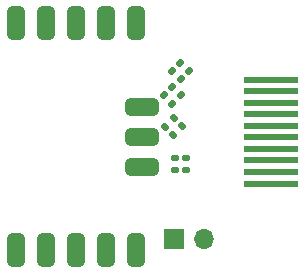
<source format=gbr>
%TF.GenerationSoftware,KiCad,Pcbnew,7.0.10*%
%TF.CreationDate,2024-02-18T21:52:23+13:00*%
%TF.ProjectId,dvi-sock,6476692d-736f-4636-9b2e-6b696361645f,rev?*%
%TF.SameCoordinates,Original*%
%TF.FileFunction,Soldermask,Top*%
%TF.FilePolarity,Negative*%
%FSLAX46Y46*%
G04 Gerber Fmt 4.6, Leading zero omitted, Abs format (unit mm)*
G04 Created by KiCad (PCBNEW 7.0.10) date 2024-02-18 21:52:23*
%MOMM*%
%LPD*%
G01*
G04 APERTURE LIST*
G04 Aperture macros list*
%AMRoundRect*
0 Rectangle with rounded corners*
0 $1 Rounding radius*
0 $2 $3 $4 $5 $6 $7 $8 $9 X,Y pos of 4 corners*
0 Add a 4 corners polygon primitive as box body*
4,1,4,$2,$3,$4,$5,$6,$7,$8,$9,$2,$3,0*
0 Add four circle primitives for the rounded corners*
1,1,$1+$1,$2,$3*
1,1,$1+$1,$4,$5*
1,1,$1+$1,$6,$7*
1,1,$1+$1,$8,$9*
0 Add four rect primitives between the rounded corners*
20,1,$1+$1,$2,$3,$4,$5,0*
20,1,$1+$1,$4,$5,$6,$7,0*
20,1,$1+$1,$6,$7,$8,$9,0*
20,1,$1+$1,$8,$9,$2,$3,0*%
G04 Aperture macros list end*
%ADD10R,4.600000X0.530000*%
%ADD11RoundRect,0.135000X-0.226274X-0.035355X-0.035355X-0.226274X0.226274X0.035355X0.035355X0.226274X0*%
%ADD12R,1.700000X1.700000*%
%ADD13O,1.700000X1.700000*%
%ADD14RoundRect,0.381000X-0.381000X-1.019000X0.381000X-1.019000X0.381000X1.019000X-0.381000X1.019000X0*%
%ADD15C,0.700000*%
%ADD16RoundRect,0.135000X0.185000X-0.135000X0.185000X0.135000X-0.185000X0.135000X-0.185000X-0.135000X0*%
%ADD17RoundRect,0.135000X0.035355X-0.226274X0.226274X-0.035355X-0.035355X0.226274X-0.226274X0.035355X0*%
%ADD18RoundRect,0.381000X0.381000X1.019000X-0.381000X1.019000X-0.381000X-1.019000X0.381000X-1.019000X0*%
%ADD19RoundRect,0.381000X1.019000X-0.381000X1.019000X0.381000X-1.019000X0.381000X-1.019000X-0.381000X0*%
G04 APERTURE END LIST*
D10*
%TO.C,U1*%
X164426455Y-89024222D03*
X164426455Y-87964222D03*
X164426455Y-86994222D03*
X164426455Y-86024222D03*
X164426455Y-85054222D03*
X164426455Y-84084222D03*
X164426455Y-83114222D03*
X164426455Y-82144222D03*
X164426455Y-81174222D03*
X164426455Y-80204222D03*
%TD*%
D11*
%TO.C,R2*%
X156039376Y-79439376D03*
X156760624Y-80160624D03*
%TD*%
D12*
%TO.C,J5*%
X156170212Y-93667214D03*
D13*
X158710212Y-93667214D03*
%TD*%
D14*
%TO.C,J1*%
X142840000Y-94600000D03*
D15*
X142840000Y-95500000D03*
D14*
X145380000Y-94600000D03*
D15*
X145380000Y-95500000D03*
D14*
X147920000Y-94600000D03*
D15*
X147920000Y-95500000D03*
D14*
X150460000Y-94600000D03*
D15*
X150460000Y-95500000D03*
D14*
X153000000Y-94600000D03*
D15*
X153000000Y-95500000D03*
%TD*%
D16*
%TO.C,R8*%
X157250000Y-87810000D03*
X157250000Y-86790000D03*
%TD*%
D17*
%TO.C,R6*%
X156139376Y-84860624D03*
X156860624Y-84139376D03*
%TD*%
D11*
%TO.C,R1*%
X156739376Y-78739376D03*
X157460624Y-79460624D03*
%TD*%
D16*
%TO.C,R7*%
X156300000Y-87810000D03*
X156300000Y-86790000D03*
%TD*%
D11*
%TO.C,R3*%
X156039376Y-80789376D03*
X156760624Y-81510624D03*
%TD*%
D18*
%TO.C,J2*%
X153000000Y-75400000D03*
D15*
X153000000Y-74500000D03*
D18*
X150460000Y-75400000D03*
D15*
X150460000Y-74500000D03*
D18*
X147920000Y-75400000D03*
D15*
X147920000Y-74500000D03*
D18*
X145380000Y-75400000D03*
D15*
X145380000Y-74500000D03*
D18*
X142840000Y-75400000D03*
D15*
X142840000Y-74500000D03*
%TD*%
D19*
%TO.C,J3*%
X153500000Y-87540000D03*
D15*
X154400000Y-87540000D03*
D19*
X153500000Y-85000000D03*
D15*
X154400000Y-85000000D03*
D19*
X153500000Y-82460000D03*
D15*
X154400000Y-82460000D03*
%TD*%
D17*
%TO.C,R5*%
X155439376Y-84160624D03*
X156160624Y-83439376D03*
%TD*%
D11*
%TO.C,R4*%
X155339376Y-81489376D03*
X156060624Y-82210624D03*
%TD*%
M02*

</source>
